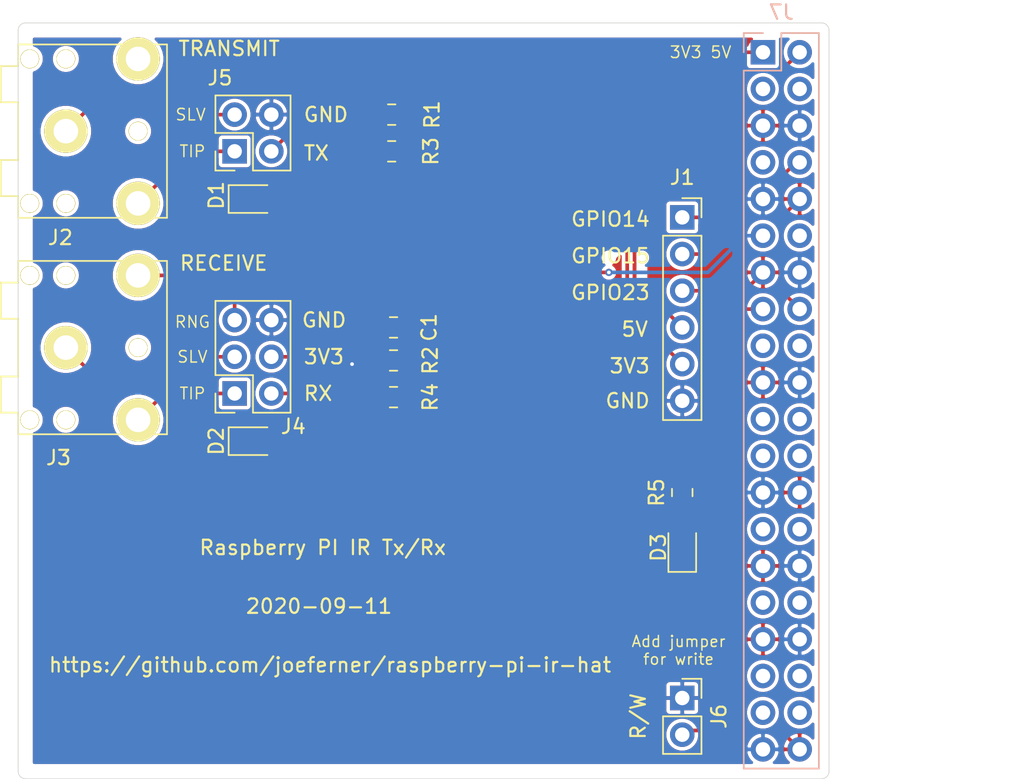
<source format=kicad_pcb>
(kicad_pcb (version 20171130) (host pcbnew 5.1.6)
  (layers (0 F.Cu signal) (31 B.Cu signal) (34 B.Paste user) (35 F.Paste user) (36 B.SilkS user) (37 F.SilkS user) (38 B.Mask user) (39 F.Mask user) (44 Edge.Cuts user))
  (net 0 "")
  (net 1 GND)
  (net 2 VCC)
  (net 3 "Net-(D1-Pad2)")
  (net 4 "Net-(D2-Pad2)")
  (net 5 "Net-(D3-Pad2)")
  (net 6 /IO3)
  (net 7 /IO2)
  (net 8 /IO1)
  (net 9 "Net-(J2-Pad1)")
  (net 10 "Net-(J2-Pad2)")
  (net 11 "Net-(J2-Pad3)")
  (net 12 "Net-(J3-Pad1)")
  (net 13 "Net-(J3-Pad2)")
  (net 14 "Net-(J3-Pad3)")
  (net 15 /RX)
  (net 16 "Net-(J5-Pad2)")
  (net 17 /RW)
  (net 18 "Net-(J7-Pad38)")
  (net 19 "Net-(J7-Pad36)")
  (net 20 "Net-(J7-Pad35)")
  (net 21 "Net-(J7-Pad33)")
  (net 22 "Net-(J7-Pad32)")
  (net 23 "Net-(J7-Pad31)")
  (net 24 "Net-(J7-Pad29)")
  (net 25 "Net-(J7-Pad28)")
  (net 26 "Net-(J7-Pad27)")
  (net 27 "Net-(J7-Pad26)")
  (net 28 "Net-(J7-Pad24)")
  (net 29 "Net-(J7-Pad23)")
  (net 30 "Net-(J7-Pad21)")
  (net 31 "Net-(J7-Pad19)")
  (net 32 "Net-(J7-Pad17)")
  (net 33 /MISC)
  (net 34 "Net-(J7-Pad12)")
  (net 35 /TX)
  (net 36 "Net-(J7-Pad7)")
  (net 37 "Net-(J7-Pad5)")
  (net 38 "Net-(J7-Pad4)")
  (net 39 "Net-(J7-Pad3)")
  (net 40 /5V)
  (net 41 "Net-(J7-Pad37)")
  (net 42 "Net-(J7-Pad22)")
  (net 43 "Net-(J7-Pad18)")
  (module Resistor_SMD:R_0805_2012Metric (layer F.Cu) (at 184.15 120.65 270)
    (fp_text reference R5 (at 0 1.778 90) (layer F.SilkS))
    (fp_text value 1K)
    (fp_line (start -0.258578 0.71) (end 0.258578 0.71) (layer F.SilkS) (width 0.12))
    (fp_line (start -0.258578 -0.71) (end 0.258578 -0.71) (layer F.SilkS) (width 0.12))
    (pad 2 smd roundrect (at 0.9375 0 270) (size 0.975 1.4) (layers F.Cu F.Paste F.Mask) (net 5 "Net-(D3-Pad2)"))
    (pad 1 smd roundrect (at -0.9375 0 270) (size 0.975 1.4) (layers F.Cu F.Paste F.Mask) (net 33 /MISC))
  )
  (module Resistor_SMD:R_0805_2012Metric (layer F.Cu) (at 164.1625 114.046 180)
    (fp_text reference R4 (at -2.54 0 90) (layer F.SilkS))
    (fp_text value 1K)
    (fp_line (start -0.258578 0.71) (end 0.258578 0.71) (layer F.SilkS) (width 0.12))
    (fp_line (start -0.258578 -0.71) (end 0.258578 -0.71) (layer F.SilkS) (width 0.12))
    (pad 2 smd roundrect (at 0.9375 0 180) (size 0.975 1.4) (layers F.Cu F.Paste F.Mask) (net 4 "Net-(D2-Pad2)"))
    (pad 1 smd roundrect (at -0.9375 0 180) (size 0.975 1.4) (layers F.Cu F.Paste F.Mask) (net 15 /RX))
  )
  (module Resistor_SMD:R_0805_2012Metric (layer F.Cu) (at 164.0355 97.028 180)
    (fp_text reference R3 (at -2.7155 0 90) (layer F.SilkS))
    (fp_text value 1K)
    (fp_line (start -0.258578 0.71) (end 0.258578 0.71) (layer F.SilkS) (width 0.12))
    (fp_line (start -0.258578 -0.71) (end 0.258578 -0.71) (layer F.SilkS) (width 0.12))
    (pad 2 smd roundrect (at 0.9375 0 180) (size 0.975 1.4) (layers F.Cu F.Paste F.Mask) (net 3 "Net-(D1-Pad2)"))
    (pad 1 smd roundrect (at -0.9375 0 180) (size 0.975 1.4) (layers F.Cu F.Paste F.Mask) (net 35 /TX))
  )
  (module Resistor_SMD:R_0805_2012Metric (layer F.Cu) (at 164.1625 111.506 180)
    (fp_text reference R2 (at -2.54 0 90) (layer F.SilkS))
    (fp_text value 10K)
    (fp_line (start -0.258578 0.71) (end 0.258578 0.71) (layer F.SilkS) (width 0.12))
    (fp_line (start -0.258578 -0.71) (end 0.258578 -0.71) (layer F.SilkS) (width 0.12))
    (pad 2 smd roundrect (at 0.9375 0 180) (size 0.975 1.4) (layers F.Cu F.Paste F.Mask) (net 1 GND))
    (pad 1 smd roundrect (at -0.9375 0 180) (size 0.975 1.4) (layers F.Cu F.Paste F.Mask) (net 15 /RX))
  )
  (module Resistor_SMD:R_0805_2012Metric (layer F.Cu) (at 164.0355 94.488 180)
    (fp_text reference R1 (at -2.794 0 90) (layer F.SilkS))
    (fp_text value 222)
    (fp_line (start -0.258578 0.71) (end 0.258578 0.71) (layer F.SilkS) (width 0.12))
    (fp_line (start -0.258578 -0.71) (end 0.258578 -0.71) (layer F.SilkS) (width 0.12))
    (pad 2 smd roundrect (at 0.9375 0 180) (size 0.975 1.4) (layers F.Cu F.Paste F.Mask) (net 16 "Net-(J5-Pad2)"))
    (pad 1 smd roundrect (at -0.9375 0 180) (size 0.975 1.4) (layers F.Cu F.Paste F.Mask) (net 35 /TX))
  )
  (module Connector_PinSocket_2.54mm:PinSocket_2x20_P2.54mm_Vertical (layer B.Cu) (at 189.738 90.17 180)
    (fp_text reference J7 (at -1.27 2.77) (layer B.SilkS) (effects (justify mirror)))
    (fp_text value Raspberry_Pi_2_3)
    (fp_line (start 0 1.33) (end 1.33 1.33) (layer B.SilkS) (width 0.12))
    (fp_line (start 1.33 1.33) (end 1.33 0) (layer B.SilkS) (width 0.12))
    (fp_line (start -1.27 1.33) (end -1.27 -1.27) (layer B.SilkS) (width 0.12))
    (fp_line (start -1.27 -1.27) (end 1.33 -1.27) (layer B.SilkS) (width 0.12))
    (fp_line (start 1.33 -1.27) (end 1.33 -49.59) (layer B.SilkS) (width 0.12))
    (fp_line (start -3.87 -49.59) (end 1.33 -49.59) (layer B.SilkS) (width 0.12))
    (fp_line (start -3.87 1.33) (end -3.87 -49.59) (layer B.SilkS) (width 0.12))
    (fp_line (start -3.87 1.33) (end -1.27 1.33) (layer B.SilkS) (width 0.12))
    (pad 40 thru_hole oval (at -2.54 -48.26 180) (size 1.7 1.7) (drill 1) (layers *.Cu *.Mask) (net 17 /RW))
    (pad 39 thru_hole oval (at 0 -48.26 180) (size 1.7 1.7) (drill 1) (layers *.Cu *.Mask) (net 1 GND))
    (pad 38 thru_hole oval (at -2.54 -45.72 180) (size 1.7 1.7) (drill 1) (layers *.Cu *.Mask) (net 18 "Net-(J7-Pad38)"))
    (pad 37 thru_hole oval (at 0 -45.72 180) (size 1.7 1.7) (drill 1) (layers *.Cu *.Mask) (net 41 "Net-(J7-Pad37)"))
    (pad 36 thru_hole oval (at -2.54 -43.18 180) (size 1.7 1.7) (drill 1) (layers *.Cu *.Mask) (net 19 "Net-(J7-Pad36)"))
    (pad 35 thru_hole oval (at 0 -43.18 180) (size 1.7 1.7) (drill 1) (layers *.Cu *.Mask) (net 20 "Net-(J7-Pad35)"))
    (pad 34 thru_hole oval (at -2.54 -40.64 180) (size 1.7 1.7) (drill 1) (layers *.Cu *.Mask) (net 1 GND))
    (pad 33 thru_hole oval (at 0 -40.64 180) (size 1.7 1.7) (drill 1) (layers *.Cu *.Mask) (net 21 "Net-(J7-Pad33)"))
    (pad 32 thru_hole oval (at -2.54 -38.1 180) (size 1.7 1.7) (drill 1) (layers *.Cu *.Mask) (net 22 "Net-(J7-Pad32)"))
    (pad 31 thru_hole oval (at 0 -38.1 180) (size 1.7 1.7) (drill 1) (layers *.Cu *.Mask) (net 23 "Net-(J7-Pad31)"))
    (pad 30 thru_hole oval (at -2.54 -35.56 180) (size 1.7 1.7) (drill 1) (layers *.Cu *.Mask) (net 1 GND))
    (pad 29 thru_hole oval (at 0 -35.56 180) (size 1.7 1.7) (drill 1) (layers *.Cu *.Mask) (net 24 "Net-(J7-Pad29)"))
    (pad 28 thru_hole oval (at -2.54 -33.02 180) (size 1.7 1.7) (drill 1) (layers *.Cu *.Mask) (net 25 "Net-(J7-Pad28)"))
    (pad 27 thru_hole oval (at 0 -33.02 180) (size 1.7 1.7) (drill 1) (layers *.Cu *.Mask) (net 26 "Net-(J7-Pad27)"))
    (pad 26 thru_hole oval (at -2.54 -30.48 180) (size 1.7 1.7) (drill 1) (layers *.Cu *.Mask) (net 27 "Net-(J7-Pad26)"))
    (pad 25 thru_hole oval (at 0 -30.48 180) (size 1.7 1.7) (drill 1) (layers *.Cu *.Mask) (net 1 GND))
    (pad 24 thru_hole oval (at -2.54 -27.94 180) (size 1.7 1.7) (drill 1) (layers *.Cu *.Mask) (net 28 "Net-(J7-Pad24)"))
    (pad 23 thru_hole oval (at 0 -27.94 180) (size 1.7 1.7) (drill 1) (layers *.Cu *.Mask) (net 29 "Net-(J7-Pad23)"))
    (pad 22 thru_hole oval (at -2.54 -25.4 180) (size 1.7 1.7) (drill 1) (layers *.Cu *.Mask) (net 42 "Net-(J7-Pad22)"))
    (pad 21 thru_hole oval (at 0 -25.4 180) (size 1.7 1.7) (drill 1) (layers *.Cu *.Mask) (net 30 "Net-(J7-Pad21)"))
    (pad 20 thru_hole oval (at -2.54 -22.86 180) (size 1.7 1.7) (drill 1) (layers *.Cu *.Mask) (net 1 GND))
    (pad 19 thru_hole oval (at 0 -22.86 180) (size 1.7 1.7) (drill 1) (layers *.Cu *.Mask) (net 31 "Net-(J7-Pad19)"))
    (pad 18 thru_hole oval (at -2.54 -20.32 180) (size 1.7 1.7) (drill 1) (layers *.Cu *.Mask) (net 43 "Net-(J7-Pad18)"))
    (pad 17 thru_hole oval (at 0 -20.32 180) (size 1.7 1.7) (drill 1) (layers *.Cu *.Mask) (net 32 "Net-(J7-Pad17)"))
    (pad 16 thru_hole oval (at -2.54 -17.78 180) (size 1.7 1.7) (drill 1) (layers *.Cu *.Mask) (net 6 /IO3))
    (pad 15 thru_hole oval (at 0 -17.78 180) (size 1.7 1.7) (drill 1) (layers *.Cu *.Mask) (net 33 /MISC))
    (pad 14 thru_hole oval (at -2.54 -15.24 180) (size 1.7 1.7) (drill 1) (layers *.Cu *.Mask) (net 1 GND))
    (pad 13 thru_hole oval (at 0 -15.24 180) (size 1.7 1.7) (drill 1) (layers *.Cu *.Mask) (net 15 /RX))
    (pad 12 thru_hole oval (at -2.54 -12.7 180) (size 1.7 1.7) (drill 1) (layers *.Cu *.Mask) (net 34 "Net-(J7-Pad12)"))
    (pad 11 thru_hole oval (at 0 -12.7 180) (size 1.7 1.7) (drill 1) (layers *.Cu *.Mask) (net 35 /TX))
    (pad 10 thru_hole oval (at -2.54 -10.16 180) (size 1.7 1.7) (drill 1) (layers *.Cu *.Mask) (net 7 /IO2))
    (pad 9 thru_hole oval (at 0 -10.16 180) (size 1.7 1.7) (drill 1) (layers *.Cu *.Mask) (net 1 GND))
    (pad 8 thru_hole oval (at -2.54 -7.62 180) (size 1.7 1.7) (drill 1) (layers *.Cu *.Mask) (net 8 /IO1))
    (pad 7 thru_hole oval (at 0 -7.62 180) (size 1.7 1.7) (drill 1) (layers *.Cu *.Mask) (net 36 "Net-(J7-Pad7)"))
    (pad 6 thru_hole oval (at -2.54 -5.08 180) (size 1.7 1.7) (drill 1) (layers *.Cu *.Mask) (net 1 GND))
    (pad 5 thru_hole oval (at 0 -5.08 180) (size 1.7 1.7) (drill 1) (layers *.Cu *.Mask) (net 37 "Net-(J7-Pad5)"))
    (pad 4 thru_hole oval (at -2.54 -2.54 180) (size 1.7 1.7) (drill 1) (layers *.Cu *.Mask) (net 38 "Net-(J7-Pad4)"))
    (pad 3 thru_hole oval (at 0 -2.54 180) (size 1.7 1.7) (drill 1) (layers *.Cu *.Mask) (net 39 "Net-(J7-Pad3)"))
    (pad 2 thru_hole oval (at -2.54 0 180) (size 1.7 1.7) (drill 1) (layers *.Cu *.Mask) (net 40 /5V))
    (pad 1 thru_hole rect (at 0 0 180) (size 1.7 1.7) (drill 1) (layers *.Cu *.Mask) (net 2 VCC))
  )
  (module Connector_PinSocket_2.54mm:PinSocket_1x02_P2.54mm_Vertical (layer F.Cu) (at 184.15 134.874)
    (fp_text reference J6 (at 2.54 1.27 90) (layer F.SilkS))
    (fp_text value RW_JMP)
    (fp_line (start 0 -1.33) (end 1.33 -1.33) (layer F.SilkS) (width 0.12))
    (fp_line (start 1.33 -1.33) (end 1.33 0) (layer F.SilkS) (width 0.12))
    (fp_line (start 1.33 1.27) (end 1.33 3.87) (layer F.SilkS) (width 0.12))
    (fp_line (start -1.33 3.87) (end 1.33 3.87) (layer F.SilkS) (width 0.12))
    (fp_line (start -1.33 1.27) (end -1.33 3.87) (layer F.SilkS) (width 0.12))
    (fp_line (start -1.33 1.27) (end 1.33 1.27) (layer F.SilkS) (width 0.12))
    (pad 2 thru_hole oval (at 0 2.54) (size 1.7 1.7) (drill 1) (layers *.Cu *.Mask) (net 17 /RW))
    (pad 1 thru_hole rect (at 0 0) (size 1.7 1.7) (drill 1) (layers *.Cu *.Mask) (net 1 GND))
  )
  (module Connector_PinSocket_2.54mm:PinSocket_2x02_P2.54mm_Vertical (layer F.Cu) (at 153.162 97.028 180)
    (fp_text reference J5 (at 1.016 5.08) (layer F.SilkS))
    (fp_text value TX_JMP)
    (fp_line (start 0 -1.33) (end 1.33 -1.33) (layer F.SilkS) (width 0.12))
    (fp_line (start 1.33 -1.33) (end 1.33 0) (layer F.SilkS) (width 0.12))
    (fp_line (start -1.27 -1.33) (end -1.27 1.27) (layer F.SilkS) (width 0.12))
    (fp_line (start -1.27 1.27) (end 1.33 1.27) (layer F.SilkS) (width 0.12))
    (fp_line (start 1.33 1.27) (end 1.33 3.87) (layer F.SilkS) (width 0.12))
    (fp_line (start -3.87 3.87) (end 1.33 3.87) (layer F.SilkS) (width 0.12))
    (fp_line (start -3.87 -1.33) (end -3.87 3.87) (layer F.SilkS) (width 0.12))
    (fp_line (start -3.87 -1.33) (end -1.27 -1.33) (layer F.SilkS) (width 0.12))
    (pad 4 thru_hole oval (at -2.54 2.54 180) (size 1.7 1.7) (drill 1) (layers *.Cu *.Mask) (net 1 GND))
    (pad 3 thru_hole oval (at 0 2.54 180) (size 1.7 1.7) (drill 1) (layers *.Cu *.Mask) (net 9 "Net-(J2-Pad1)"))
    (pad 2 thru_hole oval (at -2.54 0 180) (size 1.7 1.7) (drill 1) (layers *.Cu *.Mask) (net 16 "Net-(J5-Pad2)"))
    (pad 1 thru_hole rect (at 0 0 180) (size 1.7 1.7) (drill 1) (layers *.Cu *.Mask) (net 10 "Net-(J2-Pad2)"))
  )
  (module Connector_PinSocket_2.54mm:PinSocket_2x03_P2.54mm_Vertical (layer F.Cu) (at 153.162 113.792 180)
    (fp_text reference J4 (at -4.064 -2.286) (layer F.SilkS))
    (fp_text value RX_JMP)
    (fp_line (start 0 -1.33) (end 1.33 -1.33) (layer F.SilkS) (width 0.12))
    (fp_line (start 1.33 -1.33) (end 1.33 0) (layer F.SilkS) (width 0.12))
    (fp_line (start -1.27 -1.33) (end -1.27 1.27) (layer F.SilkS) (width 0.12))
    (fp_line (start -1.27 1.27) (end 1.33 1.27) (layer F.SilkS) (width 0.12))
    (fp_line (start 1.33 1.27) (end 1.33 6.41) (layer F.SilkS) (width 0.12))
    (fp_line (start -3.87 6.41) (end 1.33 6.41) (layer F.SilkS) (width 0.12))
    (fp_line (start -3.87 -1.33) (end -3.87 6.41) (layer F.SilkS) (width 0.12))
    (fp_line (start -3.87 -1.33) (end -1.27 -1.33) (layer F.SilkS) (width 0.12))
    (pad 6 thru_hole oval (at -2.54 5.08 180) (size 1.7 1.7) (drill 1) (layers *.Cu *.Mask) (net 1 GND))
    (pad 5 thru_hole oval (at 0 5.08 180) (size 1.7 1.7) (drill 1) (layers *.Cu *.Mask) (net 14 "Net-(J3-Pad3)"))
    (pad 4 thru_hole oval (at -2.54 2.54 180) (size 1.7 1.7) (drill 1) (layers *.Cu *.Mask) (net 2 VCC))
    (pad 3 thru_hole oval (at 0 2.54 180) (size 1.7 1.7) (drill 1) (layers *.Cu *.Mask) (net 12 "Net-(J3-Pad1)"))
    (pad 2 thru_hole oval (at -2.54 0 180) (size 1.7 1.7) (drill 1) (layers *.Cu *.Mask) (net 15 /RX))
    (pad 1 thru_hole rect (at 0 0 180) (size 1.7 1.7) (drill 1) (layers *.Cu *.Mask) (net 13 "Net-(J3-Pad2)"))
  )
  (module modules:CUIDEVICES-SJ1-3523NG (layer F.Cu) (at 141.478 110.617)
    (fp_text reference J3 (at -0.508 7.62 180) (layer F.SilkS))
    (fp_text value RX hide)
    (fp_line (start -3.3 -4.5) (end -3.3 -6) (layer F.SilkS) (width 0.12))
    (fp_line (start -4.5 -4.5) (end -3.3 -4.5) (layer F.SilkS) (width 0.12))
    (fp_line (start -4.5 -2) (end -4.5 -4.5) (layer F.SilkS) (width 0.12))
    (fp_line (start -3.3 -2) (end -4.5 -2) (layer F.SilkS) (width 0.12))
    (fp_line (start -3.3 2) (end -3.3 -2) (layer F.SilkS) (width 0.12))
    (fp_line (start -4.5 2) (end -3.3 2) (layer F.SilkS) (width 0.12))
    (fp_line (start -4.5 4.5) (end -4.5 2) (layer F.SilkS) (width 0.12))
    (fp_line (start -3.3 4.5) (end -4.5 4.5) (layer F.SilkS) (width 0.12))
    (fp_line (start -3.3 6) (end -3.3 4.5) (layer F.SilkS) (width 0.12))
    (fp_line (start 7 6) (end -3.3 6) (layer F.SilkS) (width 0.12))
    (fp_line (start 7 -6) (end 7 6) (layer F.SilkS) (width 0.12))
    (fp_line (start -3.3 -6) (end 7 -6) (layer F.SilkS) (width 0.12))
    (pad "" thru_hole circle (at 5 0) (size 1.3 1.3) (drill 1.2) (layers *.Cu *.Mask F.SilkS))
    (pad "" thru_hole circle (at -2.5 5) (size 1.3 1.3) (drill 1.2) (layers *.Cu *.Mask F.SilkS))
    (pad "" thru_hole circle (at -2.5 -5) (size 1.3 1.3) (drill 1.2) (layers *.Cu *.Mask F.SilkS))
    (pad "" thru_hole circle (at 0 5) (size 1.3 1.3) (drill 1.2) (layers *.Cu *.Mask F.SilkS))
    (pad "" thru_hole circle (at 0 -5) (size 1.3 1.3) (drill 1.2) (layers *.Cu *.Mask F.SilkS))
    (pad 1 thru_hole circle (at 0 0) (size 3 3) (drill 1.7) (layers *.Cu *.Mask F.SilkS) (net 12 "Net-(J3-Pad1)"))
    (pad 2 thru_hole circle (at 5 5) (size 3 3) (drill 1.7) (layers *.Cu *.Mask F.SilkS) (net 13 "Net-(J3-Pad2)"))
    (pad 3 thru_hole circle (at 5 -5) (size 3 3) (drill 1.7) (layers *.Cu *.Mask F.SilkS) (net 14 "Net-(J3-Pad3)"))
  )
  (module modules:CUIDEVICES-SJ1-3523NG (layer F.Cu) (at 141.478 95.631)
    (fp_text reference J2 (at -0.381 7.366) (layer F.SilkS))
    (fp_text value TX hide)
    (fp_line (start -3.3 -4.5) (end -3.3 -6) (layer F.SilkS) (width 0.12))
    (fp_line (start -4.5 -4.5) (end -3.3 -4.5) (layer F.SilkS) (width 0.12))
    (fp_line (start -4.5 -2) (end -4.5 -4.5) (layer F.SilkS) (width 0.12))
    (fp_line (start -3.3 -2) (end -4.5 -2) (layer F.SilkS) (width 0.12))
    (fp_line (start -3.3 2) (end -3.3 -2) (layer F.SilkS) (width 0.12))
    (fp_line (start -4.5 2) (end -3.3 2) (layer F.SilkS) (width 0.12))
    (fp_line (start -4.5 4.5) (end -4.5 2) (layer F.SilkS) (width 0.12))
    (fp_line (start -3.3 4.5) (end -4.5 4.5) (layer F.SilkS) (width 0.12))
    (fp_line (start -3.3 6) (end -3.3 4.5) (layer F.SilkS) (width 0.12))
    (fp_line (start 7 6) (end -3.3 6) (layer F.SilkS) (width 0.12))
    (fp_line (start 7 -6) (end 7 6) (layer F.SilkS) (width 0.12))
    (fp_line (start -3.3 -6) (end 7 -6) (layer F.SilkS) (width 0.12))
    (pad "" thru_hole circle (at 5 0) (size 1.3 1.3) (drill 1.2) (layers *.Cu *.Mask F.SilkS))
    (pad "" thru_hole circle (at -2.5 5) (size 1.3 1.3) (drill 1.2) (layers *.Cu *.Mask F.SilkS))
    (pad "" thru_hole circle (at -2.5 -5) (size 1.3 1.3) (drill 1.2) (layers *.Cu *.Mask F.SilkS))
    (pad "" thru_hole circle (at 0 5) (size 1.3 1.3) (drill 1.2) (layers *.Cu *.Mask F.SilkS))
    (pad "" thru_hole circle (at 0 -5) (size 1.3 1.3) (drill 1.2) (layers *.Cu *.Mask F.SilkS))
    (pad 1 thru_hole circle (at 0 0) (size 3 3) (drill 1.7) (layers *.Cu *.Mask F.SilkS) (net 9 "Net-(J2-Pad1)"))
    (pad 2 thru_hole circle (at 5 5) (size 3 3) (drill 1.7) (layers *.Cu *.Mask F.SilkS) (net 10 "Net-(J2-Pad2)"))
    (pad 3 thru_hole circle (at 5 -5) (size 3 3) (drill 1.7) (layers *.Cu *.Mask F.SilkS) (net 11 "Net-(J2-Pad3)"))
  )
  (module Connector_PinSocket_2.54mm:PinSocket_1x06_P2.54mm_Vertical (layer F.Cu) (at 184.15 101.6)
    (fp_text reference J1 (at 0 -2.77) (layer F.SilkS))
    (fp_text value IO)
    (fp_line (start 0 -1.33) (end 1.33 -1.33) (layer F.SilkS) (width 0.12))
    (fp_line (start 1.33 -1.33) (end 1.33 0) (layer F.SilkS) (width 0.12))
    (fp_line (start 1.33 1.27) (end 1.33 14.03) (layer F.SilkS) (width 0.12))
    (fp_line (start -1.33 14.03) (end 1.33 14.03) (layer F.SilkS) (width 0.12))
    (fp_line (start -1.33 1.27) (end -1.33 14.03) (layer F.SilkS) (width 0.12))
    (fp_line (start -1.33 1.27) (end 1.33 1.27) (layer F.SilkS) (width 0.12))
    (pad 6 thru_hole oval (at 0 12.7) (size 1.7 1.7) (drill 1) (layers *.Cu *.Mask) (net 1 GND))
    (pad 5 thru_hole oval (at 0 10.16) (size 1.7 1.7) (drill 1) (layers *.Cu *.Mask) (net 2 VCC))
    (pad 4 thru_hole oval (at 0 7.62) (size 1.7 1.7) (drill 1) (layers *.Cu *.Mask) (net 40 /5V))
    (pad 3 thru_hole oval (at 0 5.08) (size 1.7 1.7) (drill 1) (layers *.Cu *.Mask) (net 6 /IO3))
    (pad 2 thru_hole oval (at 0 2.54) (size 1.7 1.7) (drill 1) (layers *.Cu *.Mask) (net 7 /IO2))
    (pad 1 thru_hole rect (at 0 0) (size 1.7 1.7) (drill 1) (layers *.Cu *.Mask) (net 8 /IO1))
  )
  (module LED_SMD:LED_0805_2012Metric (layer F.Cu) (at 184.15 124.46 90)
    (fp_text reference D3 (at 0 -1.65 90) (layer F.SilkS))
    (fp_text value RX)
    (fp_line (start -1.685 0.96) (end 1 0.96) (layer F.SilkS) (width 0.12))
    (fp_line (start -1.685 -0.96) (end -1.685 0.96) (layer F.SilkS) (width 0.12))
    (fp_line (start 1 -0.96) (end -1.685 -0.96) (layer F.SilkS) (width 0.12))
    (pad 2 smd roundrect (at 0.9375 0 90) (size 0.975 1.4) (layers F.Cu F.Paste F.Mask) (net 5 "Net-(D3-Pad2)"))
    (pad 1 smd roundrect (at -0.9375 0 90) (size 0.975 1.4) (layers F.Cu F.Paste F.Mask) (net 1 GND))
  )
  (module LED_SMD:LED_0805_2012Metric (layer F.Cu) (at 154.432 117.094)
    (fp_text reference D2 (at -2.54 0 90) (layer F.SilkS))
    (fp_text value RX)
    (fp_line (start -1.685 0.96) (end 1 0.96) (layer F.SilkS) (width 0.12))
    (fp_line (start -1.685 -0.96) (end -1.685 0.96) (layer F.SilkS) (width 0.12))
    (fp_line (start 1 -0.96) (end -1.685 -0.96) (layer F.SilkS) (width 0.12))
    (pad 2 smd roundrect (at 0.9375 0) (size 0.975 1.4) (layers F.Cu F.Paste F.Mask) (net 4 "Net-(D2-Pad2)"))
    (pad 1 smd roundrect (at -0.9375 0) (size 0.975 1.4) (layers F.Cu F.Paste F.Mask) (net 1 GND))
  )
  (module LED_SMD:LED_0805_2012Metric (layer F.Cu) (at 154.432 100.33)
    (fp_text reference D1 (at -2.54 -0.254 90) (layer F.SilkS))
    (fp_text value TX)
    (fp_line (start -1.685 0.96) (end 1 0.96) (layer F.SilkS) (width 0.12))
    (fp_line (start -1.685 -0.96) (end -1.685 0.96) (layer F.SilkS) (width 0.12))
    (fp_line (start 1 -0.96) (end -1.685 -0.96) (layer F.SilkS) (width 0.12))
    (pad 2 smd roundrect (at 0.9375 0) (size 0.975 1.4) (layers F.Cu F.Paste F.Mask) (net 3 "Net-(D1-Pad2)"))
    (pad 1 smd roundrect (at -0.9375 0) (size 0.975 1.4) (layers F.Cu F.Paste F.Mask) (net 1 GND))
  )
  (module Capacitor_SMD:C_0805_2012Metric (layer F.Cu) (at 164.1625 109.22 180)
    (fp_text reference C1 (at -2.4615 0 90) (layer F.SilkS))
    (fp_text value 0.1uF)
    (fp_line (start -0.258578 0.71) (end 0.258578 0.71) (layer F.SilkS) (width 0.12))
    (fp_line (start -0.258578 -0.71) (end 0.258578 -0.71) (layer F.SilkS) (width 0.12))
    (pad 2 smd roundrect (at 0.9375 0 180) (size 0.975 1.4) (layers F.Cu F.Paste F.Mask) (net 1 GND))
    (pad 1 smd roundrect (at -0.9375 0 180) (size 0.975 1.4) (layers F.Cu F.Paste F.Mask) (net 2 VCC))
  )
  (gr_text "3V3 5V" (at 185.42 90.17) (layer F.SilkS) (effects (font (size 0.8 0.8) (thickness 0.1))))
  (gr_text RNG (at 150.241 108.839) (layer F.SilkS) (effects (font (size 0.8 0.8) (thickness 0.1))))
  (gr_text SLV (at 150.241 111.252) (layer F.SilkS) (effects (font (size 0.8 0.8) (thickness 0.1))))
  (gr_text TIP (at 150.241 113.792) (layer F.SilkS) (effects (font (size 0.8 0.8) (thickness 0.1))))
  (gr_text SLV (at 150.114 94.488) (layer F.SilkS) (effects (font (size 0.8 0.8) (thickness 0.1))))
  (gr_text TIP (at 150.241 97.028) (layer F.SilkS) (effects (font (size 0.8 0.8) (thickness 0.1))))
  (gr_text GPIO14 (at 181.991 101.727) (layer F.SilkS) (effects (font (size 1 1)) (justify right)))
  (gr_text GPIO15 (at 181.991 104.267) (layer F.SilkS) (effects (font (size 1 1)) (justify right)))
  (gr_text GPIO23 (at 181.991 106.807) (layer F.SilkS) (effects (font (size 1 1)) (justify right)))
  (gr_text 5V (at 181.864 109.347) (layer F.SilkS) (effects (font (size 1 1)) (justify right)))
  (gr_text 3V3 (at 181.991 111.887) (layer F.SilkS) (effects (font (size 1 1)) (justify right)))
  (gr_text GND (at 181.991 114.3) (layer F.SilkS) (effects (font (size 1 1)) (justify right)))
  (gr_text TX (at 157.861 97.155) (layer F.SilkS) (effects (font (size 1 1)) (justify left)))
  (gr_text GND (at 157.861 94.488) (layer F.SilkS) (effects (font (size 1 1)) (justify left)))
  (gr_text RX (at 157.861 113.792) (layer F.SilkS) (effects (font (size 1 1)) (justify left)))
  (gr_text 3V3 (at 157.861 111.252) (layer F.SilkS) (effects (font (size 1 1)) (justify left)))
  (gr_text GND (at 157.734 108.712) (layer F.SilkS) (effects (font (size 1 1)) (justify left)))
  (gr_text "Add jumper\nfor write" (at 183.896 131.572) (layer F.SilkS) (effects (font (size 0.762 0.762) (thickness 0.1016))))
  (gr_arc (start 138.684 88.646) (end 138.684 88.138) (angle -90) (layer Edge.Cuts) (width 0.05))
  (gr_arc (start 138.684 139.954) (end 138.176 139.954) (angle -90) (layer Edge.Cuts) (width 0.05))
  (gr_arc (start 193.802 139.954) (end 193.802 140.462) (angle -90) (layer Edge.Cuts) (width 0.05))
  (gr_arc (start 193.802 88.646) (end 194.31 88.646) (angle -90) (layer Edge.Cuts) (width 0.05))
  (gr_text https://github.com/joeferner/raspberry-pi-ir-hat (at 159.766 132.588) (layer F.SilkS) (effects (font (size 1 1))))
  (gr_text 2020-09-11 (at 159.004 128.524) (layer F.SilkS) (effects (font (size 1 1))))
  (gr_text "Raspberry PI IR Tx/Rx" (at 159.258 124.46) (layer F.SilkS) (effects (font (size 1 1))))
  (gr_text R/W (at 181.102 136.144 90) (layer F.SilkS) (effects (font (size 1 1))))
  (gr_text RECEIVE (at 152.4 104.775) (layer F.SilkS) (effects (font (size 1 1))))
  (gr_text TRANSMIT (at 152.781 89.916) (layer F.SilkS) (effects (font (size 1 1))))
  (gr_line (start 138.684 88.138) (end 193.802 88.138) (layer Edge.Cuts) (width 0.05))
  (gr_line (start 138.176 139.954) (end 138.176 88.646) (layer Edge.Cuts) (width 0.05))
  (gr_line (start 193.802 140.462) (end 138.684 140.462) (layer Edge.Cuts) (width 0.05))
  (gr_line (start 194.31 88.646) (end 194.31 139.954) (layer Edge.Cuts) (width 0.05))
  (segment (start 163.225 109.22) (end 163.225 111.506) (width 0.254) (layer F.Cu) (net 1))
  (via (at 161.29 111.76) (size 0.508) (drill 0.254) (layers F.Cu B.Cu) (net 1))
  (segment (start 161.544 111.506) (end 161.29 111.76) (width 0.254) (layer F.Cu) (net 1))
  (segment (start 163.225 111.506) (end 161.544 111.506) (width 0.254) (layer F.Cu) (net 1))
  (segment (start 184.15 111.76) (end 181.356 108.966) (width 0.254) (layer F.Cu) (net 2))
  (segment (start 180.34 107.95) (end 181.356 108.966) (width 0.254) (layer F.Cu) (net 2))
  (segment (start 180.34 93.428434) (end 180.34 107.95) (width 0.254) (layer F.Cu) (net 2))
  (segment (start 155.702 111.252) (end 159.893 111.252) (width 0.254) (layer F.Cu) (net 2))
  (segment (start 159.893 111.252) (end 161.29 109.855) (width 0.254) (layer F.Cu) (net 2))
  (segment (start 161.29 109.855) (end 161.29 108.331) (width 0.254) (layer F.Cu) (net 2))
  (segment (start 161.29 108.331) (end 162.433 107.188) (width 0.254) (layer F.Cu) (net 2))
  (segment (start 162.433 107.188) (end 164.211 107.188) (width 0.254) (layer F.Cu) (net 2))
  (segment (start 165.1 108.077) (end 165.1 109.22) (width 0.254) (layer F.Cu) (net 2))
  (segment (start 164.211 107.188) (end 165.1 108.077) (width 0.254) (layer F.Cu) (net 2))
  (segment (start 166.37 107.95) (end 165.1 109.22) (width 0.254) (layer F.Cu) (net 2))
  (segment (start 180.34 107.95) (end 166.37 107.95) (width 0.254) (layer F.Cu) (net 2))
  (segment (start 183.598434 90.17) (end 182.223217 91.545217) (width 0.254) (layer F.Cu) (net 2))
  (segment (start 189.738 90.17) (end 183.598434 90.17) (width 0.254) (layer F.Cu) (net 2))
  (segment (start 182.223217 91.545217) (end 180.34 93.428434) (width 0.254) (layer F.Cu) (net 2))
  (segment (start 182.367433 91.401001) (end 182.223217 91.545217) (width 0.254) (layer F.Cu) (net 2))
  (segment (start 163.098 97.028) (end 163.098 98.141) (width 0.254) (layer F.Cu) (net 3))
  (segment (start 160.909 100.33) (end 155.3695 100.33) (width 0.254) (layer F.Cu) (net 3))
  (segment (start 163.098 98.141) (end 160.909 100.33) (width 0.254) (layer F.Cu) (net 3))
  (segment (start 160.177 117.094) (end 163.225 114.046) (width 0.254) (layer F.Cu) (net 4))
  (segment (start 155.3695 117.094) (end 160.177 117.094) (width 0.254) (layer F.Cu) (net 4))
  (segment (start 184.15 121.5875) (end 184.15 123.5225) (width 0.254) (layer F.Cu) (net 5))
  (segment (start 184.15 106.68) (end 186.182 106.68) (width 0.254) (layer F.Cu) (net 6))
  (segment (start 191.046999 106.718999) (end 192.278 107.95) (width 0.254) (layer F.Cu) (net 6))
  (segment (start 191.046999 104.897117) (end 191.046999 106.718999) (width 0.254) (layer F.Cu) (net 6))
  (segment (start 188.683001 104.178999) (end 190.328881 104.178999) (width 0.254) (layer F.Cu) (net 6))
  (segment (start 190.328881 104.178999) (end 191.046999 104.897117) (width 0.254) (layer F.Cu) (net 6))
  (segment (start 186.182 106.68) (end 188.683001 104.178999) (width 0.254) (layer F.Cu) (net 6))
  (segment (start 191.046999 101.561001) (end 187.998999 101.561001) (width 0.254) (layer F.Cu) (net 7))
  (segment (start 192.278 100.33) (end 191.046999 101.561001) (width 0.254) (layer F.Cu) (net 7))
  (segment (start 185.42 104.14) (end 184.15 104.14) (width 0.254) (layer F.Cu) (net 7))
  (segment (start 187.998999 101.561001) (end 185.42 104.14) (width 0.254) (layer F.Cu) (net 7))
  (segment (start 184.15 101.6) (end 185.42 101.6) (width 0.254) (layer F.Cu) (net 8))
  (segment (start 187.921001 99.098999) (end 190.715001 99.098999) (width 0.254) (layer F.Cu) (net 8))
  (segment (start 185.42 101.6) (end 187.921001 99.098999) (width 0.254) (layer F.Cu) (net 8))
  (segment (start 192.024 97.79) (end 192.278 97.79) (width 0.254) (layer F.Cu) (net 8))
  (segment (start 190.715001 99.098999) (end 192.024 97.79) (width 0.254) (layer F.Cu) (net 8))
  (segment (start 153.162 94.488) (end 148.844 94.488) (width 0.254) (layer F.Cu) (net 9))
  (segment (start 148.844 94.488) (end 147.828 93.472) (width 0.254) (layer F.Cu) (net 9))
  (segment (start 143.637 93.472) (end 141.478 95.631) (width 0.254) (layer F.Cu) (net 9))
  (segment (start 147.828 93.472) (end 143.637 93.472) (width 0.254) (layer F.Cu) (net 9))
  (segment (start 150.081 97.028) (end 146.478 100.631) (width 0.254) (layer F.Cu) (net 10))
  (segment (start 153.162 97.028) (end 150.081 97.028) (width 0.254) (layer F.Cu) (net 10))
  (segment (start 153.162 111.252) (end 148.59 111.252) (width 0.254) (layer F.Cu) (net 12))
  (segment (start 148.59 111.252) (end 147.574 112.268) (width 0.254) (layer F.Cu) (net 12))
  (segment (start 143.129 112.268) (end 141.478 110.617) (width 0.254) (layer F.Cu) (net 12))
  (segment (start 147.574 112.268) (end 143.129 112.268) (width 0.254) (layer F.Cu) (net 12))
  (segment (start 148.303 113.792) (end 146.478 115.617) (width 0.254) (layer F.Cu) (net 13))
  (segment (start 153.162 113.792) (end 148.303 113.792) (width 0.254) (layer F.Cu) (net 13))
  (segment (start 153.162 108.712) (end 153.162 107.188) (width 0.254) (layer F.Cu) (net 14))
  (segment (start 151.591 105.617) (end 146.478 105.617) (width 0.254) (layer F.Cu) (net 14))
  (segment (start 153.162 107.188) (end 151.591 105.617) (width 0.254) (layer F.Cu) (net 14))
  (segment (start 155.702 113.792) (end 160.909 113.792) (width 0.254) (layer F.Cu) (net 15))
  (segment (start 160.909 113.792) (end 161.925 112.776) (width 0.254) (layer F.Cu) (net 15))
  (segment (start 163.83 112.776) (end 165.1 114.046) (width 0.254) (layer F.Cu) (net 15))
  (segment (start 161.925 112.776) (end 163.83 112.776) (width 0.254) (layer F.Cu) (net 15))
  (segment (start 165.1 114.046) (end 165.1 111.506) (width 0.254) (layer F.Cu) (net 15))
  (segment (start 185.077999 112.991001) (end 182.206001 112.991001) (width 0.254) (layer F.Cu) (net 15))
  (segment (start 182.206001 112.991001) (end 180.721 111.506) (width 0.254) (layer F.Cu) (net 15))
  (segment (start 185.92799 112.14101) (end 185.077999 112.991001) (width 0.254) (layer F.Cu) (net 15))
  (segment (start 185.92799 109.22001) (end 185.92799 112.14101) (width 0.254) (layer F.Cu) (net 15))
  (segment (start 180.721 111.506) (end 165.1 111.506) (width 0.254) (layer F.Cu) (net 15))
  (segment (start 189.738 105.41) (end 185.92799 109.22001) (width 0.254) (layer F.Cu) (net 15))
  (segment (start 158.242 94.488) (end 155.702 97.028) (width 0.254) (layer F.Cu) (net 16))
  (segment (start 163.098 94.488) (end 158.242 94.488) (width 0.254) (layer F.Cu) (net 16))
  (segment (start 184.442999 137.121001) (end 184.15 137.414) (width 0.254) (layer F.Cu) (net 17))
  (segment (start 190.969001 137.121001) (end 184.442999 137.121001) (width 0.254) (layer F.Cu) (net 17))
  (segment (start 192.278 138.43) (end 190.969001 137.121001) (width 0.254) (layer F.Cu) (net 17))
  (segment (start 184.15 119.7125) (end 184.15 118.618) (width 0.254) (layer F.Cu) (net 33))
  (segment (start 184.15 118.618) (end 186.436 116.332) (width 0.254) (layer F.Cu) (net 33))
  (segment (start 189.738 107.95) (end 188.214 107.95) (width 0.254) (layer F.Cu) (net 33))
  (segment (start 186.436 109.728) (end 186.436 110.49) (width 0.254) (layer F.Cu) (net 33))
  (segment (start 188.214 107.95) (end 186.436 109.728) (width 0.254) (layer F.Cu) (net 33))
  (segment (start 186.436 110.49) (end 186.436 110.236) (width 0.254) (layer F.Cu) (net 33))
  (segment (start 186.436 116.332) (end 186.436 110.49) (width 0.254) (layer F.Cu) (net 33))
  (via (at 179.07 105.41) (size 0.508) (drill 0.254) (layers F.Cu B.Cu) (net 35))
  (segment (start 164.973 100.584) (end 164.973 97.028) (width 0.254) (layer F.Cu) (net 35))
  (segment (start 169.799 105.41) (end 164.973 100.584) (width 0.254) (layer F.Cu) (net 35))
  (segment (start 179.07 105.41) (end 169.799 105.41) (width 0.254) (layer F.Cu) (net 35))
  (segment (start 164.973 94.488) (end 164.973 97.028) (width 0.254) (layer F.Cu) (net 35))
  (segment (start 188.468 102.87) (end 189.738 102.87) (width 0.254) (layer B.Cu) (net 35))
  (segment (start 185.928 105.41) (end 188.468 102.87) (width 0.254) (layer B.Cu) (net 35))
  (segment (start 179.07 105.41) (end 185.928 105.41) (width 0.254) (layer B.Cu) (net 35))
  (segment (start 180.84801 93.638858) (end 180.84801 105.91801) (width 0.254) (layer F.Cu) (net 40))
  (segment (start 183.085867 91.401001) (end 180.84801 93.638858) (width 0.254) (layer F.Cu) (net 40))
  (segment (start 180.84801 105.91801) (end 184.15 109.22) (width 0.254) (layer F.Cu) (net 40))
  (segment (start 191.046999 91.401001) (end 183.085867 91.401001) (width 0.254) (layer F.Cu) (net 40))
  (segment (start 192.278 90.17) (end 191.046999 91.401001) (width 0.254) (layer F.Cu) (net 40))
  (zone (net 1) (net_name GND) (layer F.Cu) (connect_pads (clearance 0.2032)) (min_thickness 0.2032) (fill yes (arc_segments 32) (thermal_gap 0.254) (thermal_bridge_width 0.254))
    (polygon (pts (xy 193.294 139.446) (xy 139.192 139.446) (xy 139.192 89.154) (xy 193.294 89.154)))
  )
  (zone (net 1) (net_name GND) (layer B.Cu) (connect_pads (clearance 0.2032)) (min_thickness 0.2032) (fill yes (arc_segments 32) (thermal_gap 0.254) (thermal_bridge_width 0.254))
    (polygon (pts (xy 193.294 139.446) (xy 139.192 139.446) (xy 139.192 89.154) (xy 193.294 89.154)))
  )
)
</source>
